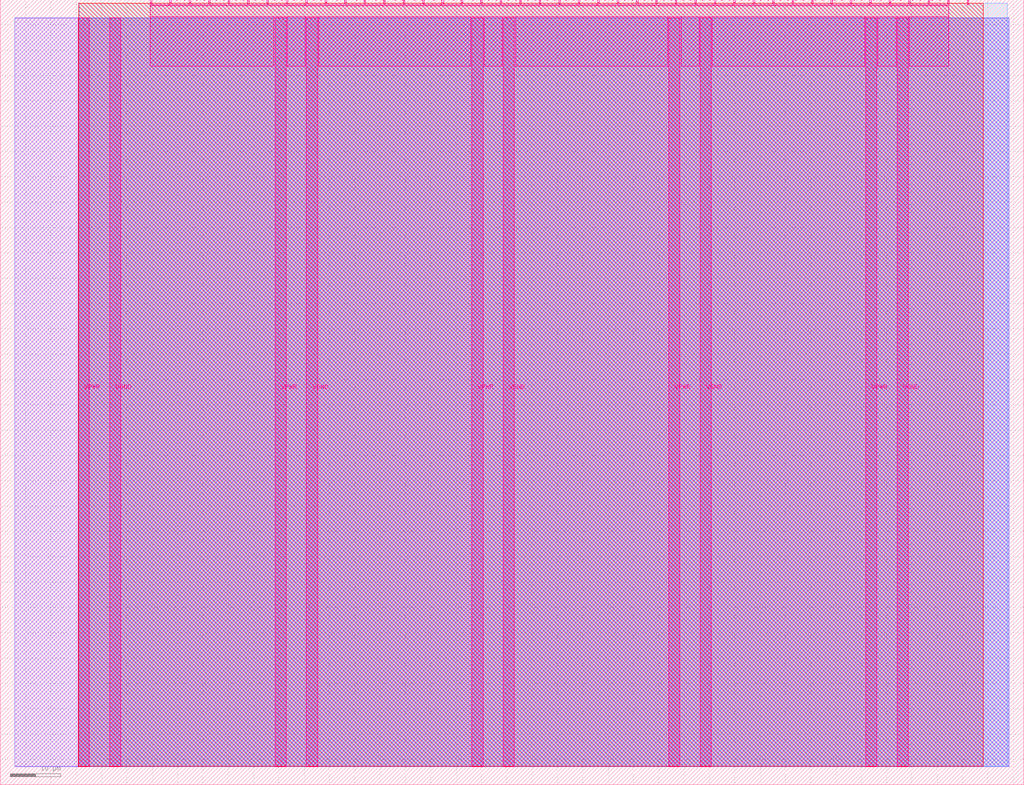
<source format=lef>
VERSION 5.7 ;
  NOWIREEXTENSIONATPIN ON ;
  DIVIDERCHAR "/" ;
  BUSBITCHARS "[]" ;
MACRO tt_um_project_tt09
  CLASS BLOCK ;
  FOREIGN tt_um_project_tt09 ;
  ORIGIN 0.000 0.000 ;
  SIZE 202.080 BY 154.980 ;
  PIN VGND
    DIRECTION INOUT ;
    USE GROUND ;
    PORT
      LAYER Metal5 ;
        RECT 21.580 3.560 23.780 151.420 ;
    END
    PORT
      LAYER Metal5 ;
        RECT 60.450 3.560 62.650 151.420 ;
    END
    PORT
      LAYER Metal5 ;
        RECT 99.320 3.560 101.520 151.420 ;
    END
    PORT
      LAYER Metal5 ;
        RECT 138.190 3.560 140.390 151.420 ;
    END
    PORT
      LAYER Metal5 ;
        RECT 177.060 3.560 179.260 151.420 ;
    END
  END VGND
  PIN VPWR
    DIRECTION INOUT ;
    USE POWER ;
    PORT
      LAYER Metal5 ;
        RECT 15.380 3.560 17.580 151.420 ;
    END
    PORT
      LAYER Metal5 ;
        RECT 54.250 3.560 56.450 151.420 ;
    END
    PORT
      LAYER Metal5 ;
        RECT 93.120 3.560 95.320 151.420 ;
    END
    PORT
      LAYER Metal5 ;
        RECT 131.990 3.560 134.190 151.420 ;
    END
    PORT
      LAYER Metal5 ;
        RECT 170.860 3.560 173.060 151.420 ;
    END
  END VPWR
  PIN clk
    DIRECTION INPUT ;
    USE SIGNAL ;
    ANTENNAGATEAREA 0.213200 ;
    PORT
      LAYER Metal5 ;
        RECT 187.050 153.980 187.350 154.980 ;
    END
  END clk
  PIN ena
    DIRECTION INPUT ;
    USE SIGNAL ;
    PORT
      LAYER Metal5 ;
        RECT 190.890 153.980 191.190 154.980 ;
    END
  END ena
  PIN rst_n
    DIRECTION INPUT ;
    USE SIGNAL ;
    ANTENNAGATEAREA 0.180700 ;
    PORT
      LAYER Metal5 ;
        RECT 183.210 153.980 183.510 154.980 ;
    END
  END rst_n
  PIN ui_in[0]
    DIRECTION INPUT ;
    USE SIGNAL ;
    ANTENNAGATEAREA 0.180700 ;
    PORT
      LAYER Metal5 ;
        RECT 179.370 153.980 179.670 154.980 ;
    END
  END ui_in[0]
  PIN ui_in[1]
    DIRECTION INPUT ;
    USE SIGNAL ;
    ANTENNAGATEAREA 0.180700 ;
    PORT
      LAYER Metal5 ;
        RECT 175.530 153.980 175.830 154.980 ;
    END
  END ui_in[1]
  PIN ui_in[2]
    DIRECTION INPUT ;
    USE SIGNAL ;
    ANTENNAGATEAREA 0.180700 ;
    PORT
      LAYER Metal5 ;
        RECT 171.690 153.980 171.990 154.980 ;
    END
  END ui_in[2]
  PIN ui_in[3]
    DIRECTION INPUT ;
    USE SIGNAL ;
    ANTENNAGATEAREA 0.213200 ;
    PORT
      LAYER Metal5 ;
        RECT 167.850 153.980 168.150 154.980 ;
    END
  END ui_in[3]
  PIN ui_in[4]
    DIRECTION INPUT ;
    USE SIGNAL ;
    ANTENNAGATEAREA 0.180700 ;
    PORT
      LAYER Metal5 ;
        RECT 164.010 153.980 164.310 154.980 ;
    END
  END ui_in[4]
  PIN ui_in[5]
    DIRECTION INPUT ;
    USE SIGNAL ;
    ANTENNAGATEAREA 0.213200 ;
    PORT
      LAYER Metal5 ;
        RECT 160.170 153.980 160.470 154.980 ;
    END
  END ui_in[5]
  PIN ui_in[6]
    DIRECTION INPUT ;
    USE SIGNAL ;
    ANTENNAGATEAREA 0.213200 ;
    PORT
      LAYER Metal5 ;
        RECT 156.330 153.980 156.630 154.980 ;
    END
  END ui_in[6]
  PIN ui_in[7]
    DIRECTION INPUT ;
    USE SIGNAL ;
    ANTENNAGATEAREA 0.180700 ;
    PORT
      LAYER Metal5 ;
        RECT 152.490 153.980 152.790 154.980 ;
    END
  END ui_in[7]
  PIN uio_in[0]
    DIRECTION INPUT ;
    USE SIGNAL ;
    PORT
      LAYER Metal5 ;
        RECT 148.650 153.980 148.950 154.980 ;
    END
  END uio_in[0]
  PIN uio_in[1]
    DIRECTION INPUT ;
    USE SIGNAL ;
    PORT
      LAYER Metal5 ;
        RECT 144.810 153.980 145.110 154.980 ;
    END
  END uio_in[1]
  PIN uio_in[2]
    DIRECTION INPUT ;
    USE SIGNAL ;
    PORT
      LAYER Metal5 ;
        RECT 140.970 153.980 141.270 154.980 ;
    END
  END uio_in[2]
  PIN uio_in[3]
    DIRECTION INPUT ;
    USE SIGNAL ;
    PORT
      LAYER Metal5 ;
        RECT 137.130 153.980 137.430 154.980 ;
    END
  END uio_in[3]
  PIN uio_in[4]
    DIRECTION INPUT ;
    USE SIGNAL ;
    PORT
      LAYER Metal5 ;
        RECT 133.290 153.980 133.590 154.980 ;
    END
  END uio_in[4]
  PIN uio_in[5]
    DIRECTION INPUT ;
    USE SIGNAL ;
    PORT
      LAYER Metal5 ;
        RECT 129.450 153.980 129.750 154.980 ;
    END
  END uio_in[5]
  PIN uio_in[6]
    DIRECTION INPUT ;
    USE SIGNAL ;
    PORT
      LAYER Metal5 ;
        RECT 125.610 153.980 125.910 154.980 ;
    END
  END uio_in[6]
  PIN uio_in[7]
    DIRECTION INPUT ;
    USE SIGNAL ;
    PORT
      LAYER Metal5 ;
        RECT 121.770 153.980 122.070 154.980 ;
    END
  END uio_in[7]
  PIN uio_oe[0]
    DIRECTION OUTPUT ;
    USE SIGNAL ;
    ANTENNADIFFAREA 0.299200 ;
    PORT
      LAYER Metal5 ;
        RECT 56.490 153.980 56.790 154.980 ;
    END
  END uio_oe[0]
  PIN uio_oe[1]
    DIRECTION OUTPUT ;
    USE SIGNAL ;
    ANTENNADIFFAREA 0.299200 ;
    PORT
      LAYER Metal5 ;
        RECT 52.650 153.980 52.950 154.980 ;
    END
  END uio_oe[1]
  PIN uio_oe[2]
    DIRECTION OUTPUT ;
    USE SIGNAL ;
    ANTENNADIFFAREA 0.299200 ;
    PORT
      LAYER Metal5 ;
        RECT 48.810 153.980 49.110 154.980 ;
    END
  END uio_oe[2]
  PIN uio_oe[3]
    DIRECTION OUTPUT ;
    USE SIGNAL ;
    ANTENNADIFFAREA 0.299200 ;
    PORT
      LAYER Metal5 ;
        RECT 44.970 153.980 45.270 154.980 ;
    END
  END uio_oe[3]
  PIN uio_oe[4]
    DIRECTION OUTPUT ;
    USE SIGNAL ;
    ANTENNADIFFAREA 0.299200 ;
    PORT
      LAYER Metal5 ;
        RECT 41.130 153.980 41.430 154.980 ;
    END
  END uio_oe[4]
  PIN uio_oe[5]
    DIRECTION OUTPUT ;
    USE SIGNAL ;
    ANTENNADIFFAREA 0.299200 ;
    PORT
      LAYER Metal5 ;
        RECT 37.290 153.980 37.590 154.980 ;
    END
  END uio_oe[5]
  PIN uio_oe[6]
    DIRECTION OUTPUT ;
    USE SIGNAL ;
    ANTENNADIFFAREA 0.299200 ;
    PORT
      LAYER Metal5 ;
        RECT 33.450 153.980 33.750 154.980 ;
    END
  END uio_oe[6]
  PIN uio_oe[7]
    DIRECTION OUTPUT ;
    USE SIGNAL ;
    ANTENNADIFFAREA 0.299200 ;
    PORT
      LAYER Metal5 ;
        RECT 29.610 153.980 29.910 154.980 ;
    END
  END uio_oe[7]
  PIN uio_out[0]
    DIRECTION OUTPUT ;
    USE SIGNAL ;
    ANTENNADIFFAREA 0.299200 ;
    PORT
      LAYER Metal5 ;
        RECT 87.210 153.980 87.510 154.980 ;
    END
  END uio_out[0]
  PIN uio_out[1]
    DIRECTION OUTPUT ;
    USE SIGNAL ;
    ANTENNADIFFAREA 0.299200 ;
    PORT
      LAYER Metal5 ;
        RECT 83.370 153.980 83.670 154.980 ;
    END
  END uio_out[1]
  PIN uio_out[2]
    DIRECTION OUTPUT ;
    USE SIGNAL ;
    ANTENNADIFFAREA 0.299200 ;
    PORT
      LAYER Metal5 ;
        RECT 79.530 153.980 79.830 154.980 ;
    END
  END uio_out[2]
  PIN uio_out[3]
    DIRECTION OUTPUT ;
    USE SIGNAL ;
    ANTENNADIFFAREA 0.299200 ;
    PORT
      LAYER Metal5 ;
        RECT 75.690 153.980 75.990 154.980 ;
    END
  END uio_out[3]
  PIN uio_out[4]
    DIRECTION OUTPUT ;
    USE SIGNAL ;
    ANTENNADIFFAREA 0.299200 ;
    PORT
      LAYER Metal5 ;
        RECT 71.850 153.980 72.150 154.980 ;
    END
  END uio_out[4]
  PIN uio_out[5]
    DIRECTION OUTPUT ;
    USE SIGNAL ;
    ANTENNADIFFAREA 0.299200 ;
    PORT
      LAYER Metal5 ;
        RECT 68.010 153.980 68.310 154.980 ;
    END
  END uio_out[5]
  PIN uio_out[6]
    DIRECTION OUTPUT ;
    USE SIGNAL ;
    ANTENNADIFFAREA 0.299200 ;
    PORT
      LAYER Metal5 ;
        RECT 64.170 153.980 64.470 154.980 ;
    END
  END uio_out[6]
  PIN uio_out[7]
    DIRECTION OUTPUT ;
    USE SIGNAL ;
    ANTENNADIFFAREA 0.299200 ;
    PORT
      LAYER Metal5 ;
        RECT 60.330 153.980 60.630 154.980 ;
    END
  END uio_out[7]
  PIN uo_out[0]
    DIRECTION OUTPUT ;
    USE SIGNAL ;
    ANTENNADIFFAREA 0.654800 ;
    PORT
      LAYER Metal5 ;
        RECT 117.930 153.980 118.230 154.980 ;
    END
  END uo_out[0]
  PIN uo_out[1]
    DIRECTION OUTPUT ;
    USE SIGNAL ;
    ANTENNADIFFAREA 0.654800 ;
    PORT
      LAYER Metal5 ;
        RECT 114.090 153.980 114.390 154.980 ;
    END
  END uo_out[1]
  PIN uo_out[2]
    DIRECTION OUTPUT ;
    USE SIGNAL ;
    ANTENNADIFFAREA 0.654800 ;
    PORT
      LAYER Metal5 ;
        RECT 110.250 153.980 110.550 154.980 ;
    END
  END uo_out[2]
  PIN uo_out[3]
    DIRECTION OUTPUT ;
    USE SIGNAL ;
    ANTENNADIFFAREA 0.654800 ;
    PORT
      LAYER Metal5 ;
        RECT 106.410 153.980 106.710 154.980 ;
    END
  END uo_out[3]
  PIN uo_out[4]
    DIRECTION OUTPUT ;
    USE SIGNAL ;
    ANTENNADIFFAREA 0.654800 ;
    PORT
      LAYER Metal5 ;
        RECT 102.570 153.980 102.870 154.980 ;
    END
  END uo_out[4]
  PIN uo_out[5]
    DIRECTION OUTPUT ;
    USE SIGNAL ;
    ANTENNADIFFAREA 0.654800 ;
    PORT
      LAYER Metal5 ;
        RECT 98.730 153.980 99.030 154.980 ;
    END
  END uo_out[5]
  PIN uo_out[6]
    DIRECTION OUTPUT ;
    USE SIGNAL ;
    ANTENNADIFFAREA 0.654800 ;
    PORT
      LAYER Metal5 ;
        RECT 94.890 153.980 95.190 154.980 ;
    END
  END uo_out[6]
  PIN uo_out[7]
    DIRECTION OUTPUT ;
    USE SIGNAL ;
    ANTENNADIFFAREA 0.654800 ;
    PORT
      LAYER Metal5 ;
        RECT 91.050 153.980 91.350 154.980 ;
    END
  END uo_out[7]
  OBS
      LAYER GatPoly ;
        RECT 2.880 3.630 199.200 151.350 ;
      LAYER Metal1 ;
        RECT 2.880 3.560 199.200 151.420 ;
      LAYER Metal2 ;
        RECT 15.515 3.680 198.995 151.300 ;
      LAYER Metal3 ;
        RECT 15.560 3.635 198.820 154.285 ;
      LAYER Metal4 ;
        RECT 15.515 3.680 194.065 154.240 ;
      LAYER Metal5 ;
        RECT 30.120 153.770 33.240 153.980 ;
        RECT 33.960 153.770 37.080 153.980 ;
        RECT 37.800 153.770 40.920 153.980 ;
        RECT 41.640 153.770 44.760 153.980 ;
        RECT 45.480 153.770 48.600 153.980 ;
        RECT 49.320 153.770 52.440 153.980 ;
        RECT 53.160 153.770 56.280 153.980 ;
        RECT 57.000 153.770 60.120 153.980 ;
        RECT 60.840 153.770 63.960 153.980 ;
        RECT 64.680 153.770 67.800 153.980 ;
        RECT 68.520 153.770 71.640 153.980 ;
        RECT 72.360 153.770 75.480 153.980 ;
        RECT 76.200 153.770 79.320 153.980 ;
        RECT 80.040 153.770 83.160 153.980 ;
        RECT 83.880 153.770 87.000 153.980 ;
        RECT 87.720 153.770 90.840 153.980 ;
        RECT 91.560 153.770 94.680 153.980 ;
        RECT 95.400 153.770 98.520 153.980 ;
        RECT 99.240 153.770 102.360 153.980 ;
        RECT 103.080 153.770 106.200 153.980 ;
        RECT 106.920 153.770 110.040 153.980 ;
        RECT 110.760 153.770 113.880 153.980 ;
        RECT 114.600 153.770 117.720 153.980 ;
        RECT 118.440 153.770 121.560 153.980 ;
        RECT 122.280 153.770 125.400 153.980 ;
        RECT 126.120 153.770 129.240 153.980 ;
        RECT 129.960 153.770 133.080 153.980 ;
        RECT 133.800 153.770 136.920 153.980 ;
        RECT 137.640 153.770 140.760 153.980 ;
        RECT 141.480 153.770 144.600 153.980 ;
        RECT 145.320 153.770 148.440 153.980 ;
        RECT 149.160 153.770 152.280 153.980 ;
        RECT 153.000 153.770 156.120 153.980 ;
        RECT 156.840 153.770 159.960 153.980 ;
        RECT 160.680 153.770 163.800 153.980 ;
        RECT 164.520 153.770 167.640 153.980 ;
        RECT 168.360 153.770 171.480 153.980 ;
        RECT 172.200 153.770 175.320 153.980 ;
        RECT 176.040 153.770 179.160 153.980 ;
        RECT 179.880 153.770 183.000 153.980 ;
        RECT 183.720 153.770 186.840 153.980 ;
        RECT 29.660 151.630 187.300 153.770 ;
        RECT 29.660 141.815 54.040 151.630 ;
        RECT 56.660 141.815 60.240 151.630 ;
        RECT 62.860 141.815 92.910 151.630 ;
        RECT 95.530 141.815 99.110 151.630 ;
        RECT 101.730 141.815 131.780 151.630 ;
        RECT 134.400 141.815 137.980 151.630 ;
        RECT 140.600 141.815 170.650 151.630 ;
        RECT 173.270 141.815 176.850 151.630 ;
        RECT 179.470 141.815 187.300 151.630 ;
  END
END tt_um_project_tt09
END LIBRARY


</source>
